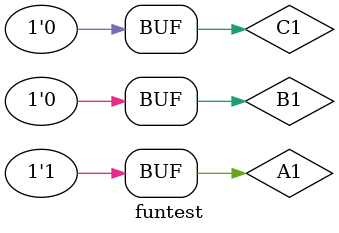
<source format=v>
`timescale 1ns/1ps // Specify the timescale

module funtest; // Test bench module
  reg A1, B1, C1; // Declare A1, B1, and C1 as registers (inputs)
  wire F;         // Declare F as a wire (output)

  fun f1(A1, B1, C1, F); // Instantiate the function module

  initial begin
    A1 = 1'b0; B1 = 1'b0; C1 = 1'b0; // Initialize inputs A1, B1, and C1 to 0 000

    #1 A1 = 1'b0; B1 = 1'b0; C1 = 1'b1; // Change inputs after 1 time unit 001
    #1 A1 = 1'b0; B1 = 1'b1; C1 = 1'b0; // Change inputs after 1 more time unit 010
    #1 A1 = 1'b0; B1 = 1'b1; C1 = 1'b1; // Change inputs after 1 more time unit 011
    #1 A1 = 1'b1; B1 = 1'b0; C1 = 1'b0; // Change inputs after 1 more time unit 100
    #1 A1 = 1'b1; B1 = 1'b0; C1 = 1'b1; // Change inputs after 1 more time unit 101
    #1 A1 = 1'b1; B1 = 1'b1; C1 = 1'b0; // Change inputs after 1 more time unit 110
    #1 A1 = 1'b1; B1 = 1'b1; C1 = 1'b1; // Change inputs after 1 more time unit 111

    #1 A1 = 1'b1; B1 = 1'b0; C1 = 1'b0; // to get the last output in waveform, values doesn't matter
  end
endmodule

</source>
